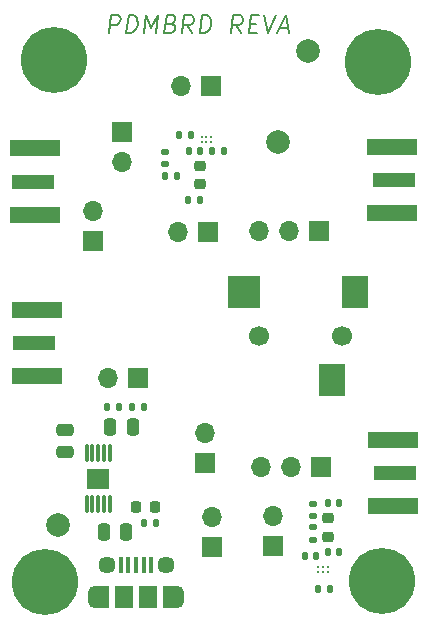
<source format=gbr>
%TF.GenerationSoftware,KiCad,Pcbnew,(6.0.9)*%
%TF.CreationDate,2022-12-23T15:52:02-08:00*%
%TF.ProjectId,pdm_mic_brd,70646d5f-6d69-4635-9f62-72642e6b6963,rev?*%
%TF.SameCoordinates,Original*%
%TF.FileFunction,Soldermask,Top*%
%TF.FilePolarity,Negative*%
%FSLAX46Y46*%
G04 Gerber Fmt 4.6, Leading zero omitted, Abs format (unit mm)*
G04 Created by KiCad (PCBNEW (6.0.9)) date 2022-12-23 15:52:02*
%MOMM*%
%LPD*%
G01*
G04 APERTURE LIST*
G04 Aperture macros list*
%AMRoundRect*
0 Rectangle with rounded corners*
0 $1 Rounding radius*
0 $2 $3 $4 $5 $6 $7 $8 $9 X,Y pos of 4 corners*
0 Add a 4 corners polygon primitive as box body*
4,1,4,$2,$3,$4,$5,$6,$7,$8,$9,$2,$3,0*
0 Add four circle primitives for the rounded corners*
1,1,$1+$1,$2,$3*
1,1,$1+$1,$4,$5*
1,1,$1+$1,$6,$7*
1,1,$1+$1,$8,$9*
0 Add four rect primitives between the rounded corners*
20,1,$1+$1,$2,$3,$4,$5,0*
20,1,$1+$1,$4,$5,$6,$7,0*
20,1,$1+$1,$6,$7,$8,$9,0*
20,1,$1+$1,$8,$9,$2,$3,0*%
G04 Aperture macros list end*
%ADD10C,0.150000*%
%ADD11R,1.700000X1.700000*%
%ADD12O,1.700000X1.700000*%
%ADD13RoundRect,0.250000X-0.250000X-0.475000X0.250000X-0.475000X0.250000X0.475000X-0.250000X0.475000X0*%
%ADD14RoundRect,0.140000X-0.140000X-0.170000X0.140000X-0.170000X0.140000X0.170000X-0.140000X0.170000X0*%
%ADD15RoundRect,0.218750X0.256250X-0.218750X0.256250X0.218750X-0.256250X0.218750X-0.256250X-0.218750X0*%
%ADD16R,3.600000X1.270000*%
%ADD17R,4.200000X1.350000*%
%ADD18RoundRect,0.135000X0.135000X0.185000X-0.135000X0.185000X-0.135000X-0.185000X0.135000X-0.185000X0*%
%ADD19RoundRect,0.218750X0.218750X0.256250X-0.218750X0.256250X-0.218750X-0.256250X0.218750X-0.256250X0*%
%ADD20RoundRect,0.140000X0.140000X0.170000X-0.140000X0.170000X-0.140000X-0.170000X0.140000X-0.170000X0*%
%ADD21C,0.215000*%
%ADD22C,3.600000*%
%ADD23C,5.600000*%
%ADD24RoundRect,0.135000X-0.185000X0.135000X-0.185000X-0.135000X0.185000X-0.135000X0.185000X0.135000X0*%
%ADD25C,1.700000*%
%ADD26R,2.200000X2.800000*%
%ADD27R,2.800000X2.800000*%
%ADD28RoundRect,0.135000X-0.135000X-0.185000X0.135000X-0.185000X0.135000X0.185000X-0.135000X0.185000X0*%
%ADD29RoundRect,0.250000X0.475000X-0.250000X0.475000X0.250000X-0.475000X0.250000X-0.475000X-0.250000X0*%
%ADD30RoundRect,0.075000X0.075000X-0.650000X0.075000X0.650000X-0.075000X0.650000X-0.075000X-0.650000X0*%
%ADD31R,1.880000X1.680000*%
%ADD32RoundRect,0.135000X0.185000X-0.135000X0.185000X0.135000X-0.185000X0.135000X-0.185000X-0.135000X0*%
%ADD33C,2.000000*%
%ADD34RoundRect,0.218750X-0.256250X0.218750X-0.256250X-0.218750X0.256250X-0.218750X0.256250X0.218750X0*%
%ADD35R,0.400000X1.350000*%
%ADD36R,1.500000X1.900000*%
%ADD37C,1.450000*%
%ADD38O,1.200000X1.900000*%
%ADD39R,1.200000X1.900000*%
G04 APERTURE END LIST*
D10*
X114465276Y-33680571D02*
X114652776Y-32180571D01*
X115224205Y-32180571D01*
X115358133Y-32252000D01*
X115420633Y-32323428D01*
X115474205Y-32466285D01*
X115447419Y-32680571D01*
X115358133Y-32823428D01*
X115277776Y-32894857D01*
X115125991Y-32966285D01*
X114554562Y-32966285D01*
X115965276Y-33680571D02*
X116152776Y-32180571D01*
X116509919Y-32180571D01*
X116715276Y-32252000D01*
X116840276Y-32394857D01*
X116893848Y-32537714D01*
X116929562Y-32823428D01*
X116902776Y-33037714D01*
X116795633Y-33323428D01*
X116706348Y-33466285D01*
X116545633Y-33609142D01*
X116322419Y-33680571D01*
X115965276Y-33680571D01*
X117465276Y-33680571D02*
X117652776Y-32180571D01*
X118018848Y-33252000D01*
X118652776Y-32180571D01*
X118465276Y-33680571D01*
X119777776Y-32894857D02*
X119983133Y-32966285D01*
X120045633Y-33037714D01*
X120099205Y-33180571D01*
X120072419Y-33394857D01*
X119983133Y-33537714D01*
X119902776Y-33609142D01*
X119750991Y-33680571D01*
X119179562Y-33680571D01*
X119367062Y-32180571D01*
X119867062Y-32180571D01*
X120000991Y-32252000D01*
X120063491Y-32323428D01*
X120117062Y-32466285D01*
X120099205Y-32609142D01*
X120009919Y-32752000D01*
X119929562Y-32823428D01*
X119777776Y-32894857D01*
X119277776Y-32894857D01*
X121536705Y-33680571D02*
X121125991Y-32966285D01*
X120679562Y-33680571D02*
X120867062Y-32180571D01*
X121438491Y-32180571D01*
X121572419Y-32252000D01*
X121634919Y-32323428D01*
X121688491Y-32466285D01*
X121661705Y-32680571D01*
X121572419Y-32823428D01*
X121492062Y-32894857D01*
X121340276Y-32966285D01*
X120768848Y-32966285D01*
X122179562Y-33680571D02*
X122367062Y-32180571D01*
X122724205Y-32180571D01*
X122929562Y-32252000D01*
X123054562Y-32394857D01*
X123108133Y-32537714D01*
X123143848Y-32823428D01*
X123117062Y-33037714D01*
X123009919Y-33323428D01*
X122920633Y-33466285D01*
X122759919Y-33609142D01*
X122536705Y-33680571D01*
X122179562Y-33680571D01*
X125679562Y-33680571D02*
X125268848Y-32966285D01*
X124822419Y-33680571D02*
X125009919Y-32180571D01*
X125581348Y-32180571D01*
X125715276Y-32252000D01*
X125777776Y-32323428D01*
X125831348Y-32466285D01*
X125804562Y-32680571D01*
X125715276Y-32823428D01*
X125634919Y-32894857D01*
X125483133Y-32966285D01*
X124911705Y-32966285D01*
X126420633Y-32894857D02*
X126920633Y-32894857D01*
X127036705Y-33680571D02*
X126322419Y-33680571D01*
X126509919Y-32180571D01*
X127224205Y-32180571D01*
X127652776Y-32180571D02*
X127965276Y-33680571D01*
X128652776Y-32180571D01*
X128947419Y-33252000D02*
X129661705Y-33252000D01*
X128750991Y-33680571D02*
X129438491Y-32180571D01*
X129750991Y-33680571D01*
D11*
%TO.C,J6*%
X115555000Y-42088000D03*
D12*
X115555000Y-44628000D03*
%TD*%
D11*
%TO.C,J5*%
X113118000Y-51322000D03*
D12*
X113118000Y-48782000D03*
%TD*%
D13*
%TO.C,C1*%
X114052000Y-75896000D03*
X115952000Y-75896000D03*
%TD*%
D14*
%TO.C,C9*%
X133030000Y-73461500D03*
X133990000Y-73461500D03*
%TD*%
D15*
%TO.C,FB2*%
X133042000Y-76355000D03*
X133042000Y-74780000D03*
%TD*%
D16*
%TO.C,J15*%
X138638500Y-46137000D03*
D17*
X138438500Y-43312000D03*
X138438500Y-48962000D03*
%TD*%
D18*
%TO.C,R5*%
X133225000Y-80752000D03*
X132205000Y-80752000D03*
%TD*%
D19*
%TO.C,D1*%
X118366500Y-73785000D03*
X116791500Y-73785000D03*
%TD*%
D20*
%TO.C,C8*%
X122168000Y-47789000D03*
X121208000Y-47789000D03*
%TD*%
D21*
%TO.C,U3*%
X132195000Y-79299819D03*
X132195000Y-78899819D03*
X132595000Y-79299819D03*
X132595000Y-78899819D03*
X132995000Y-79299819D03*
X132995000Y-78899819D03*
%TD*%
D16*
%TO.C,J3*%
X108178000Y-59923000D03*
D17*
X108378000Y-57098000D03*
X108378000Y-62748000D03*
%TD*%
D11*
%TO.C,J1*%
X116948000Y-62889000D03*
D12*
X114408000Y-62889000D03*
%TD*%
D22*
%TO.C,H4*%
X137238000Y-36127000D03*
D23*
X137238000Y-36127000D03*
%TD*%
D18*
%TO.C,R4*%
X121405000Y-42354000D03*
X120385000Y-42354000D03*
%TD*%
D11*
%TO.C,J11*%
X128350000Y-77108000D03*
D12*
X128350000Y-74568000D03*
%TD*%
D16*
%TO.C,J14*%
X138708000Y-70942000D03*
D17*
X138508000Y-73767000D03*
X138508000Y-68117000D03*
%TD*%
D22*
%TO.C,H1*%
X109792000Y-35945000D03*
D23*
X109792000Y-35945000D03*
%TD*%
D11*
%TO.C,J13*%
X132309000Y-50486000D03*
D12*
X129769000Y-50486000D03*
X127229000Y-50486000D03*
%TD*%
D11*
%TO.C,J7*%
X122614000Y-70090000D03*
D12*
X122614000Y-67550000D03*
%TD*%
D16*
%TO.C,J4*%
X108022000Y-46266000D03*
D17*
X108222000Y-43441000D03*
X108222000Y-49091000D03*
%TD*%
D24*
%TO.C,R6*%
X119263000Y-43770000D03*
X119263000Y-44790000D03*
%TD*%
D25*
%TO.C,J16*%
X134230000Y-59344000D03*
X127230000Y-59344000D03*
D26*
X133330000Y-63044000D03*
X135330000Y-55644000D03*
D27*
X125930000Y-55644000D03*
%TD*%
D28*
%TO.C,R2*%
X116427000Y-65347000D03*
X117447000Y-65347000D03*
%TD*%
D20*
%TO.C,C4*%
X122183000Y-43662000D03*
X121223000Y-43662000D03*
%TD*%
D28*
%TO.C,R1*%
X114338000Y-65326000D03*
X115358000Y-65326000D03*
%TD*%
D29*
%TO.C,C3*%
X110742000Y-69179000D03*
X110742000Y-67279000D03*
%TD*%
D30*
%TO.C,U1*%
X112588000Y-73582000D03*
X113088000Y-73582000D03*
X113588000Y-73582000D03*
X114088000Y-73582000D03*
X114588000Y-73582000D03*
X114588000Y-69282000D03*
X114088000Y-69282000D03*
X113588000Y-69282000D03*
X113088000Y-69282000D03*
X112588000Y-69282000D03*
D31*
X113588000Y-71432000D03*
%TD*%
D14*
%TO.C,C7*%
X123231000Y-43665000D03*
X124191000Y-43665000D03*
%TD*%
D32*
%TO.C,R8*%
X131740000Y-76567000D03*
X131740000Y-75547000D03*
%TD*%
D28*
%TO.C,R7*%
X119246000Y-45800000D03*
X120266000Y-45800000D03*
%TD*%
D33*
%TO.C,TP1*%
X110153000Y-75324000D03*
%TD*%
D11*
%TO.C,J10*%
X122881000Y-50500000D03*
D12*
X120341000Y-50500000D03*
%TD*%
D34*
%TO.C,FB1*%
X122179000Y-44926000D03*
X122179000Y-46501000D03*
%TD*%
D18*
%TO.C,R3*%
X118475000Y-75178000D03*
X117455000Y-75178000D03*
%TD*%
D11*
%TO.C,J9*%
X123193000Y-77189000D03*
D12*
X123193000Y-74649000D03*
%TD*%
D14*
%TO.C,C5*%
X133014000Y-77624500D03*
X133974000Y-77624500D03*
%TD*%
D11*
%TO.C,J8*%
X123087000Y-38177000D03*
D12*
X120547000Y-38177000D03*
%TD*%
D33*
%TO.C,TP3*%
X128799000Y-42912000D03*
%TD*%
D22*
%TO.C,H3*%
X137576000Y-80097000D03*
D23*
X137576000Y-80097000D03*
%TD*%
D11*
%TO.C,J12*%
X132436000Y-70413000D03*
D12*
X129896000Y-70413000D03*
X127356000Y-70413000D03*
%TD*%
D13*
%TO.C,C2*%
X114580000Y-67069000D03*
X116480000Y-67069000D03*
%TD*%
D33*
%TO.C,TP2*%
X131362000Y-35232000D03*
%TD*%
D20*
%TO.C,C6*%
X132023000Y-77942500D03*
X131063000Y-77942500D03*
%TD*%
D35*
%TO.C,J2*%
X115483000Y-78697000D03*
X116133000Y-78697000D03*
X116783000Y-78697000D03*
X117433000Y-78697000D03*
X118083000Y-78697000D03*
D36*
X117783000Y-81397000D03*
D37*
X114283000Y-78697000D03*
D38*
X113283000Y-81397000D03*
D36*
X115783000Y-81397000D03*
D37*
X119283000Y-78697000D03*
D39*
X113883000Y-81397000D03*
D38*
X120283000Y-81397000D03*
D39*
X119683000Y-81397000D03*
%TD*%
D21*
%TO.C,U2*%
X123139000Y-42473000D03*
X123139000Y-42873000D03*
X122739000Y-42473000D03*
X122739000Y-42873000D03*
X122339000Y-42473000D03*
X122339000Y-42873000D03*
%TD*%
D32*
%TO.C,R9*%
X131732000Y-74580000D03*
X131732000Y-73560000D03*
%TD*%
D23*
%TO.C,H2*%
X109064000Y-80154000D03*
D22*
X109064000Y-80154000D03*
%TD*%
M02*

</source>
